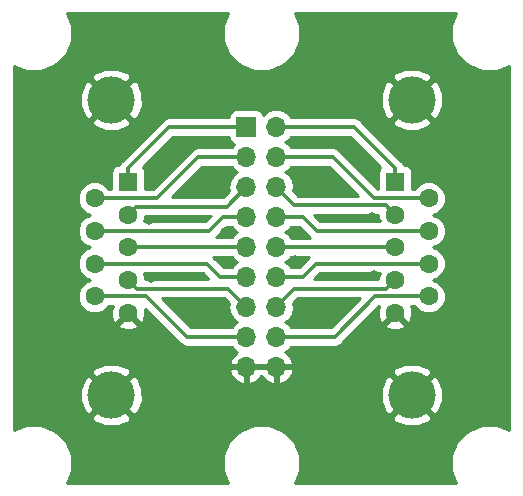
<source format=gtl>
G04 #@! TF.GenerationSoftware,KiCad,Pcbnew,5.0.2-bee76a0~70~ubuntu16.04.1*
G04 #@! TF.CreationDate,2020-10-10T12:37:22+02:00*
G04 #@! TF.ProjectId,SerialBlocker,53657269-616c-4426-9c6f-636b65722e6b,rev?*
G04 #@! TF.SameCoordinates,Original*
G04 #@! TF.FileFunction,Copper,L1,Top*
G04 #@! TF.FilePolarity,Positive*
%FSLAX46Y46*%
G04 Gerber Fmt 4.6, Leading zero omitted, Abs format (unit mm)*
G04 Created by KiCad (PCBNEW 5.0.2-bee76a0~70~ubuntu16.04.1) date lör 10 okt 2020 12:37:22*
%MOMM*%
%LPD*%
G01*
G04 APERTURE LIST*
G04 #@! TA.AperFunction,ComponentPad*
%ADD10R,1.700000X1.700000*%
G04 #@! TD*
G04 #@! TA.AperFunction,ComponentPad*
%ADD11O,1.700000X1.700000*%
G04 #@! TD*
G04 #@! TA.AperFunction,ComponentPad*
%ADD12R,1.600000X1.600000*%
G04 #@! TD*
G04 #@! TA.AperFunction,ComponentPad*
%ADD13C,1.600000*%
G04 #@! TD*
G04 #@! TA.AperFunction,ComponentPad*
%ADD14C,4.000000*%
G04 #@! TD*
G04 #@! TA.AperFunction,ViaPad*
%ADD15C,0.800000*%
G04 #@! TD*
G04 #@! TA.AperFunction,Conductor*
%ADD16C,0.350000*%
G04 #@! TD*
G04 #@! TA.AperFunction,Conductor*
%ADD17C,0.254000*%
G04 #@! TD*
G04 APERTURE END LIST*
D10*
G04 #@! TO.P,SW1,1*
G04 #@! TO.N,Net-(J1-Pad1)*
X140000000Y-45350000D03*
D11*
G04 #@! TO.P,SW1,18*
G04 #@! TO.N,Net-(J2-Pad1)*
X142540000Y-45350000D03*
G04 #@! TO.P,SW1,2*
G04 #@! TO.N,Net-(J1-Pad6)*
X140000000Y-47890000D03*
G04 #@! TO.P,SW1,17*
G04 #@! TO.N,Net-(J2-Pad6)*
X142540000Y-47890000D03*
G04 #@! TO.P,SW1,3*
G04 #@! TO.N,Net-(J1-Pad2)*
X140000000Y-50430000D03*
G04 #@! TO.P,SW1,16*
G04 #@! TO.N,Net-(J2-Pad2)*
X142540000Y-50430000D03*
G04 #@! TO.P,SW1,4*
G04 #@! TO.N,Net-(J1-Pad7)*
X140000000Y-52970000D03*
G04 #@! TO.P,SW1,15*
G04 #@! TO.N,Net-(J2-Pad7)*
X142540000Y-52970000D03*
G04 #@! TO.P,SW1,5*
G04 #@! TO.N,Net-(J1-Pad3)*
X140000000Y-55510000D03*
G04 #@! TO.P,SW1,14*
G04 #@! TO.N,Net-(J2-Pad3)*
X142540000Y-55510000D03*
G04 #@! TO.P,SW1,6*
G04 #@! TO.N,Net-(J1-Pad8)*
X140000000Y-58050000D03*
G04 #@! TO.P,SW1,13*
G04 #@! TO.N,Net-(J2-Pad8)*
X142540000Y-58050000D03*
G04 #@! TO.P,SW1,7*
G04 #@! TO.N,Net-(J1-Pad4)*
X140000000Y-60590000D03*
G04 #@! TO.P,SW1,12*
G04 #@! TO.N,Net-(J2-Pad4)*
X142540000Y-60590000D03*
G04 #@! TO.P,SW1,8*
G04 #@! TO.N,Net-(J1-Pad9)*
X140000000Y-63130000D03*
G04 #@! TO.P,SW1,11*
G04 #@! TO.N,Net-(J2-Pad9)*
X142540000Y-63130000D03*
G04 #@! TO.P,SW1,9*
G04 #@! TO.N,GND*
X140000000Y-65670000D03*
G04 #@! TO.P,SW1,10*
X142540000Y-65670000D03*
G04 #@! TD*
D12*
G04 #@! TO.P,J2,1*
G04 #@! TO.N,Net-(J2-Pad1)*
X152600000Y-50000000D03*
D13*
G04 #@! TO.P,J2,2*
G04 #@! TO.N,Net-(J2-Pad2)*
X152600000Y-52770000D03*
G04 #@! TO.P,J2,3*
G04 #@! TO.N,Net-(J2-Pad3)*
X152600000Y-55540000D03*
G04 #@! TO.P,J2,4*
G04 #@! TO.N,Net-(J2-Pad4)*
X152600000Y-58310000D03*
G04 #@! TO.P,J2,5*
G04 #@! TO.N,GND*
X152600000Y-61080000D03*
G04 #@! TO.P,J2,6*
G04 #@! TO.N,Net-(J2-Pad6)*
X155440000Y-51385000D03*
G04 #@! TO.P,J2,7*
G04 #@! TO.N,Net-(J2-Pad7)*
X155440000Y-54155000D03*
G04 #@! TO.P,J2,8*
G04 #@! TO.N,Net-(J2-Pad8)*
X155440000Y-56925000D03*
G04 #@! TO.P,J2,9*
G04 #@! TO.N,Net-(J2-Pad9)*
X155440000Y-59695000D03*
D14*
G04 #@! TO.P,J2,0*
G04 #@! TO.N,GND*
X154020000Y-68040000D03*
X154020000Y-43040000D03*
G04 #@! TD*
D12*
G04 #@! TO.P,J1,1*
G04 #@! TO.N,Net-(J1-Pad1)*
X130000000Y-50000000D03*
D13*
G04 #@! TO.P,J1,2*
G04 #@! TO.N,Net-(J1-Pad2)*
X130000000Y-52770000D03*
G04 #@! TO.P,J1,3*
G04 #@! TO.N,Net-(J1-Pad3)*
X130000000Y-55540000D03*
G04 #@! TO.P,J1,4*
G04 #@! TO.N,Net-(J1-Pad4)*
X130000000Y-58310000D03*
G04 #@! TO.P,J1,5*
G04 #@! TO.N,GND*
X130000000Y-61080000D03*
G04 #@! TO.P,J1,6*
G04 #@! TO.N,Net-(J1-Pad6)*
X127160000Y-51385000D03*
G04 #@! TO.P,J1,7*
G04 #@! TO.N,Net-(J1-Pad7)*
X127160000Y-54155000D03*
G04 #@! TO.P,J1,8*
G04 #@! TO.N,Net-(J1-Pad8)*
X127160000Y-56925000D03*
G04 #@! TO.P,J1,9*
G04 #@! TO.N,Net-(J1-Pad9)*
X127160000Y-59695000D03*
D14*
G04 #@! TO.P,J1,0*
G04 #@! TO.N,GND*
X128580000Y-43040000D03*
X128580000Y-68040000D03*
G04 #@! TD*
D15*
G04 #@! TO.N,GND*
X144145000Y-46545500D03*
X138277600Y-46761400D03*
X144081500Y-49174400D03*
X150634700Y-52971700D03*
X143941800Y-54140100D03*
X144145000Y-56629300D03*
X150850600Y-57873900D03*
X144221200Y-61531500D03*
X138480800Y-61671200D03*
X138417300Y-56908700D03*
X138214100Y-54216300D03*
X138353800Y-49314100D03*
X131927600Y-58140600D03*
X131787900Y-53238400D03*
G04 #@! TD*
D16*
G04 #@! TO.N,Net-(J1-Pad1)*
X130000000Y-48850000D02*
X130000000Y-50000000D01*
X133500000Y-45350000D02*
X130000000Y-48850000D01*
X140000000Y-45350000D02*
X133500000Y-45350000D01*
G04 #@! TO.N,Net-(J1-Pad6)*
X132460200Y-51385000D02*
X127160000Y-51385000D01*
X135955200Y-47890000D02*
X132460200Y-51385000D01*
X140000000Y-47890000D02*
X135955200Y-47890000D01*
G04 #@! TO.N,Net-(J1-Pad2)*
X130687300Y-52082700D02*
X130000000Y-52770000D01*
X138347300Y-52082700D02*
X130687300Y-52082700D01*
X140000000Y-50430000D02*
X138347300Y-52082700D01*
G04 #@! TO.N,Net-(J1-Pad7)*
X128291370Y-54155000D02*
X127160000Y-54155000D01*
X136865700Y-54155000D02*
X128291370Y-54155000D01*
X138050700Y-52970000D02*
X136865700Y-54155000D01*
X140000000Y-52970000D02*
X138050700Y-52970000D01*
G04 #@! TO.N,Net-(J1-Pad3)*
X130030000Y-55510000D02*
X130000000Y-55540000D01*
X140000000Y-55510000D02*
X130030000Y-55510000D01*
G04 #@! TO.N,Net-(J1-Pad8)*
X136642900Y-56925000D02*
X127160000Y-56925000D01*
X137767900Y-58050000D02*
X136642900Y-56925000D01*
X140000000Y-58050000D02*
X137767900Y-58050000D01*
G04 #@! TO.N,Net-(J1-Pad4)*
X130732300Y-59042300D02*
X130000000Y-58310000D01*
X138452300Y-59042300D02*
X130732300Y-59042300D01*
X140000000Y-60590000D02*
X138452300Y-59042300D01*
G04 #@! TO.N,Net-(J1-Pad9)*
X131538900Y-59695000D02*
X128291370Y-59695000D01*
X128291370Y-59695000D02*
X127160000Y-59695000D01*
X134973900Y-63130000D02*
X131538900Y-59695000D01*
X140000000Y-63130000D02*
X134973900Y-63130000D01*
G04 #@! TO.N,Net-(J2-Pad9)*
X147486800Y-63130000D02*
X142540000Y-63130000D01*
X150921800Y-59695000D02*
X147486800Y-63130000D01*
X155440000Y-59695000D02*
X150921800Y-59695000D01*
G04 #@! TO.N,Net-(J2-Pad4)*
X144075000Y-59055000D02*
X142540000Y-60590000D01*
X151855000Y-59055000D02*
X144075000Y-59055000D01*
X152600000Y-58310000D02*
X151855000Y-59055000D01*
G04 #@! TO.N,Net-(J2-Pad8)*
X142541700Y-58051700D02*
X142540000Y-58050000D01*
X144767300Y-58051700D02*
X142541700Y-58051700D01*
X145894000Y-56925000D02*
X144767300Y-58051700D01*
X155440000Y-56925000D02*
X145894000Y-56925000D01*
G04 #@! TO.N,Net-(J2-Pad3)*
X142570000Y-55540000D02*
X142540000Y-55510000D01*
X152600000Y-55540000D02*
X142570000Y-55540000D01*
G04 #@! TO.N,Net-(J2-Pad7)*
X154308630Y-54155000D02*
X155440000Y-54155000D01*
X145950600Y-54155000D02*
X154308630Y-54155000D01*
X144765600Y-52970000D02*
X145950600Y-54155000D01*
X142540000Y-52970000D02*
X144765600Y-52970000D01*
G04 #@! TO.N,Net-(J2-Pad2)*
X144080001Y-51970001D02*
X143389999Y-51279999D01*
X143389999Y-51279999D02*
X142540000Y-50430000D01*
X151800001Y-51970001D02*
X144080001Y-51970001D01*
X152600000Y-52770000D02*
X151800001Y-51970001D01*
G04 #@! TO.N,Net-(J2-Pad6)*
X155440000Y-51385000D02*
X150800600Y-51385000D01*
X147305600Y-47890000D02*
X142540000Y-47890000D01*
X150800600Y-51385000D02*
X147305600Y-47890000D01*
G04 #@! TO.N,Net-(J2-Pad1)*
X152600000Y-48850000D02*
X152600000Y-50000000D01*
X149100000Y-45350000D02*
X152600000Y-48850000D01*
X142540000Y-45350000D02*
X149100000Y-45350000D01*
G04 #@! TD*
D17*
G04 #@! TO.N,GND*
G36*
X138073000Y-36758110D02*
X138073000Y-38041890D01*
X138564281Y-39227949D01*
X139472051Y-40135719D01*
X140658110Y-40627000D01*
X141941890Y-40627000D01*
X143127949Y-40135719D01*
X144035719Y-39227949D01*
X144527000Y-38041890D01*
X144527000Y-36758110D01*
X144103215Y-35735000D01*
X157796785Y-35735000D01*
X157373000Y-36758110D01*
X157373000Y-38041890D01*
X157864281Y-39227949D01*
X158772051Y-40135719D01*
X159958110Y-40627000D01*
X161241890Y-40627000D01*
X162265000Y-40203215D01*
X162265001Y-70996786D01*
X161241890Y-70573000D01*
X159958110Y-70573000D01*
X158772051Y-71064281D01*
X157864281Y-71972051D01*
X157373000Y-73158110D01*
X157373000Y-74441890D01*
X157796785Y-75465000D01*
X144103215Y-75465000D01*
X144527000Y-74441890D01*
X144527000Y-73158110D01*
X144035719Y-71972051D01*
X143127949Y-71064281D01*
X141941890Y-70573000D01*
X140658110Y-70573000D01*
X139472051Y-71064281D01*
X138564281Y-71972051D01*
X138073000Y-73158110D01*
X138073000Y-74441890D01*
X138496785Y-75465000D01*
X124803215Y-75465000D01*
X125227000Y-74441890D01*
X125227000Y-73158110D01*
X124735719Y-71972051D01*
X123827949Y-71064281D01*
X122641890Y-70573000D01*
X121358110Y-70573000D01*
X120335000Y-70996785D01*
X120335000Y-69915022D01*
X126884584Y-69915022D01*
X127105353Y-70285743D01*
X128077012Y-70679119D01*
X129125247Y-70670713D01*
X130054647Y-70285743D01*
X130275416Y-69915022D01*
X152324584Y-69915022D01*
X152545353Y-70285743D01*
X153517012Y-70679119D01*
X154565247Y-70670713D01*
X155494647Y-70285743D01*
X155715416Y-69915022D01*
X154020000Y-68219605D01*
X152324584Y-69915022D01*
X130275416Y-69915022D01*
X128580000Y-68219605D01*
X126884584Y-69915022D01*
X120335000Y-69915022D01*
X120335000Y-67537012D01*
X125940881Y-67537012D01*
X125949287Y-68585247D01*
X126334257Y-69514647D01*
X126704978Y-69735416D01*
X128400395Y-68040000D01*
X128759605Y-68040000D01*
X130455022Y-69735416D01*
X130825743Y-69514647D01*
X131219119Y-68542988D01*
X131211052Y-67537012D01*
X151380881Y-67537012D01*
X151389287Y-68585247D01*
X151774257Y-69514647D01*
X152144978Y-69735416D01*
X153840395Y-68040000D01*
X154199605Y-68040000D01*
X155895022Y-69735416D01*
X156265743Y-69514647D01*
X156659119Y-68542988D01*
X156650713Y-67494753D01*
X156265743Y-66565353D01*
X155895022Y-66344584D01*
X154199605Y-68040000D01*
X153840395Y-68040000D01*
X152144978Y-66344584D01*
X151774257Y-66565353D01*
X151380881Y-67537012D01*
X131211052Y-67537012D01*
X131210713Y-67494753D01*
X130825743Y-66565353D01*
X130455022Y-66344584D01*
X128759605Y-68040000D01*
X128400395Y-68040000D01*
X126704978Y-66344584D01*
X126334257Y-66565353D01*
X125940881Y-67537012D01*
X120335000Y-67537012D01*
X120335000Y-66164978D01*
X126884584Y-66164978D01*
X128580000Y-67860395D01*
X130275416Y-66164978D01*
X130193183Y-66026890D01*
X138558524Y-66026890D01*
X138728355Y-66436924D01*
X139118642Y-66865183D01*
X139643108Y-67111486D01*
X139873000Y-66990819D01*
X139873000Y-65797000D01*
X140127000Y-65797000D01*
X140127000Y-66990819D01*
X140356892Y-67111486D01*
X140881358Y-66865183D01*
X141270000Y-66438729D01*
X141658642Y-66865183D01*
X142183108Y-67111486D01*
X142413000Y-66990819D01*
X142413000Y-65797000D01*
X142667000Y-65797000D01*
X142667000Y-66990819D01*
X142896892Y-67111486D01*
X143421358Y-66865183D01*
X143811645Y-66436924D01*
X143924281Y-66164978D01*
X152324584Y-66164978D01*
X154020000Y-67860395D01*
X155715416Y-66164978D01*
X155494647Y-65794257D01*
X154522988Y-65400881D01*
X153474753Y-65409287D01*
X152545353Y-65794257D01*
X152324584Y-66164978D01*
X143924281Y-66164978D01*
X143981476Y-66026890D01*
X143860155Y-65797000D01*
X142667000Y-65797000D01*
X142413000Y-65797000D01*
X140127000Y-65797000D01*
X139873000Y-65797000D01*
X138679845Y-65797000D01*
X138558524Y-66026890D01*
X130193183Y-66026890D01*
X130054647Y-65794257D01*
X129082988Y-65400881D01*
X128034753Y-65409287D01*
X127105353Y-65794257D01*
X126884584Y-66164978D01*
X120335000Y-66164978D01*
X120335000Y-62087745D01*
X129171861Y-62087745D01*
X129245995Y-62333864D01*
X129783223Y-62526965D01*
X130353454Y-62499778D01*
X130754005Y-62333864D01*
X130828139Y-62087745D01*
X130000000Y-61259605D01*
X129171861Y-62087745D01*
X120335000Y-62087745D01*
X120335000Y-51099561D01*
X125725000Y-51099561D01*
X125725000Y-51670439D01*
X125943466Y-52197862D01*
X126347138Y-52601534D01*
X126753850Y-52770000D01*
X126347138Y-52938466D01*
X125943466Y-53342138D01*
X125725000Y-53869561D01*
X125725000Y-54440439D01*
X125943466Y-54967862D01*
X126347138Y-55371534D01*
X126753850Y-55540000D01*
X126347138Y-55708466D01*
X125943466Y-56112138D01*
X125725000Y-56639561D01*
X125725000Y-57210439D01*
X125943466Y-57737862D01*
X126347138Y-58141534D01*
X126753850Y-58310000D01*
X126347138Y-58478466D01*
X125943466Y-58882138D01*
X125725000Y-59409561D01*
X125725000Y-59980439D01*
X125943466Y-60507862D01*
X126347138Y-60911534D01*
X126874561Y-61130000D01*
X127445439Y-61130000D01*
X127972862Y-60911534D01*
X128376534Y-60507862D01*
X128377719Y-60505000D01*
X128681795Y-60505000D01*
X128553035Y-60863223D01*
X128580222Y-61433454D01*
X128746136Y-61834005D01*
X128992255Y-61908139D01*
X129820395Y-61080000D01*
X129806252Y-61065858D01*
X129985858Y-60886253D01*
X130000000Y-60900395D01*
X130014143Y-60886253D01*
X130193748Y-61065858D01*
X130179605Y-61080000D01*
X131007745Y-61908139D01*
X131253864Y-61834005D01*
X131446965Y-61296777D01*
X131419778Y-60726546D01*
X131416132Y-60717744D01*
X134344734Y-63646347D01*
X134389923Y-63713977D01*
X134457552Y-63759165D01*
X134657853Y-63893003D01*
X134973900Y-63955868D01*
X135053674Y-63940000D01*
X138755231Y-63940000D01*
X138929375Y-64200625D01*
X139248478Y-64413843D01*
X139118642Y-64474817D01*
X138728355Y-64903076D01*
X138558524Y-65313110D01*
X138679845Y-65543000D01*
X139873000Y-65543000D01*
X139873000Y-65523000D01*
X140127000Y-65523000D01*
X140127000Y-65543000D01*
X142413000Y-65543000D01*
X142413000Y-65523000D01*
X142667000Y-65523000D01*
X142667000Y-65543000D01*
X143860155Y-65543000D01*
X143981476Y-65313110D01*
X143811645Y-64903076D01*
X143421358Y-64474817D01*
X143291522Y-64413843D01*
X143610625Y-64200625D01*
X143784769Y-63940000D01*
X147407027Y-63940000D01*
X147486800Y-63955868D01*
X147566573Y-63940000D01*
X147566574Y-63940000D01*
X147802846Y-63893003D01*
X148070777Y-63713977D01*
X148115968Y-63646344D01*
X149674567Y-62087745D01*
X151771861Y-62087745D01*
X151845995Y-62333864D01*
X152383223Y-62526965D01*
X152953454Y-62499778D01*
X153354005Y-62333864D01*
X153428139Y-62087745D01*
X152600000Y-61259605D01*
X151771861Y-62087745D01*
X149674567Y-62087745D01*
X151257313Y-60505000D01*
X151281795Y-60505000D01*
X151153035Y-60863223D01*
X151180222Y-61433454D01*
X151346136Y-61834005D01*
X151592255Y-61908139D01*
X152420395Y-61080000D01*
X152406252Y-61065858D01*
X152585858Y-60886253D01*
X152600000Y-60900395D01*
X152614143Y-60886253D01*
X152793748Y-61065858D01*
X152779605Y-61080000D01*
X153607745Y-61908139D01*
X153853864Y-61834005D01*
X154046965Y-61296777D01*
X154019778Y-60726546D01*
X153928010Y-60505000D01*
X154222281Y-60505000D01*
X154223466Y-60507862D01*
X154627138Y-60911534D01*
X155154561Y-61130000D01*
X155725439Y-61130000D01*
X156252862Y-60911534D01*
X156656534Y-60507862D01*
X156875000Y-59980439D01*
X156875000Y-59409561D01*
X156656534Y-58882138D01*
X156252862Y-58478466D01*
X155846150Y-58310000D01*
X156252862Y-58141534D01*
X156656534Y-57737862D01*
X156875000Y-57210439D01*
X156875000Y-56639561D01*
X156656534Y-56112138D01*
X156252862Y-55708466D01*
X155846150Y-55540000D01*
X156252862Y-55371534D01*
X156656534Y-54967862D01*
X156875000Y-54440439D01*
X156875000Y-53869561D01*
X156656534Y-53342138D01*
X156252862Y-52938466D01*
X155846150Y-52770000D01*
X156252862Y-52601534D01*
X156656534Y-52197862D01*
X156875000Y-51670439D01*
X156875000Y-51099561D01*
X156656534Y-50572138D01*
X156252862Y-50168466D01*
X155725439Y-49950000D01*
X155154561Y-49950000D01*
X154627138Y-50168466D01*
X154223466Y-50572138D01*
X154222281Y-50575000D01*
X154047440Y-50575000D01*
X154047440Y-49200000D01*
X153998157Y-48952235D01*
X153857809Y-48742191D01*
X153647765Y-48601843D01*
X153400000Y-48552560D01*
X153366704Y-48552560D01*
X153363003Y-48533954D01*
X153183977Y-48266023D01*
X153116347Y-48220835D01*
X149810534Y-44915022D01*
X152324584Y-44915022D01*
X152545353Y-45285743D01*
X153517012Y-45679119D01*
X154565247Y-45670713D01*
X155494647Y-45285743D01*
X155715416Y-44915022D01*
X154020000Y-43219605D01*
X152324584Y-44915022D01*
X149810534Y-44915022D01*
X149729168Y-44833656D01*
X149683977Y-44766023D01*
X149416046Y-44586997D01*
X149179774Y-44540000D01*
X149179773Y-44540000D01*
X149100000Y-44524132D01*
X149020227Y-44540000D01*
X143784769Y-44540000D01*
X143610625Y-44279375D01*
X143119418Y-43951161D01*
X142686256Y-43865000D01*
X142393744Y-43865000D01*
X141960582Y-43951161D01*
X141469375Y-44279375D01*
X141457184Y-44297619D01*
X141448157Y-44252235D01*
X141307809Y-44042191D01*
X141097765Y-43901843D01*
X140850000Y-43852560D01*
X139150000Y-43852560D01*
X138902235Y-43901843D01*
X138692191Y-44042191D01*
X138551843Y-44252235D01*
X138502560Y-44500000D01*
X138502560Y-44540000D01*
X133579768Y-44540000D01*
X133499999Y-44524133D01*
X133420230Y-44540000D01*
X133420226Y-44540000D01*
X133183954Y-44586997D01*
X132916023Y-44766023D01*
X132870834Y-44833653D01*
X129483656Y-48220832D01*
X129416023Y-48266023D01*
X129236997Y-48533955D01*
X129233296Y-48552560D01*
X129200000Y-48552560D01*
X128952235Y-48601843D01*
X128742191Y-48742191D01*
X128601843Y-48952235D01*
X128552560Y-49200000D01*
X128552560Y-50575000D01*
X128377719Y-50575000D01*
X128376534Y-50572138D01*
X127972862Y-50168466D01*
X127445439Y-49950000D01*
X126874561Y-49950000D01*
X126347138Y-50168466D01*
X125943466Y-50572138D01*
X125725000Y-51099561D01*
X120335000Y-51099561D01*
X120335000Y-44915022D01*
X126884584Y-44915022D01*
X127105353Y-45285743D01*
X128077012Y-45679119D01*
X129125247Y-45670713D01*
X130054647Y-45285743D01*
X130275416Y-44915022D01*
X128580000Y-43219605D01*
X126884584Y-44915022D01*
X120335000Y-44915022D01*
X120335000Y-42537012D01*
X125940881Y-42537012D01*
X125949287Y-43585247D01*
X126334257Y-44514647D01*
X126704978Y-44735416D01*
X128400395Y-43040000D01*
X128759605Y-43040000D01*
X130455022Y-44735416D01*
X130825743Y-44514647D01*
X131219119Y-43542988D01*
X131211052Y-42537012D01*
X151380881Y-42537012D01*
X151389287Y-43585247D01*
X151774257Y-44514647D01*
X152144978Y-44735416D01*
X153840395Y-43040000D01*
X154199605Y-43040000D01*
X155895022Y-44735416D01*
X156265743Y-44514647D01*
X156659119Y-43542988D01*
X156650713Y-42494753D01*
X156265743Y-41565353D01*
X155895022Y-41344584D01*
X154199605Y-43040000D01*
X153840395Y-43040000D01*
X152144978Y-41344584D01*
X151774257Y-41565353D01*
X151380881Y-42537012D01*
X131211052Y-42537012D01*
X131210713Y-42494753D01*
X130825743Y-41565353D01*
X130455022Y-41344584D01*
X128759605Y-43040000D01*
X128400395Y-43040000D01*
X126704978Y-41344584D01*
X126334257Y-41565353D01*
X125940881Y-42537012D01*
X120335000Y-42537012D01*
X120335000Y-41164978D01*
X126884584Y-41164978D01*
X128580000Y-42860395D01*
X130275416Y-41164978D01*
X152324584Y-41164978D01*
X154020000Y-42860395D01*
X155715416Y-41164978D01*
X155494647Y-40794257D01*
X154522988Y-40400881D01*
X153474753Y-40409287D01*
X152545353Y-40794257D01*
X152324584Y-41164978D01*
X130275416Y-41164978D01*
X130054647Y-40794257D01*
X129082988Y-40400881D01*
X128034753Y-40409287D01*
X127105353Y-40794257D01*
X126884584Y-41164978D01*
X120335000Y-41164978D01*
X120335000Y-40203215D01*
X121358110Y-40627000D01*
X122641890Y-40627000D01*
X123827949Y-40135719D01*
X124735719Y-39227949D01*
X125227000Y-38041890D01*
X125227000Y-36758110D01*
X124803215Y-35735000D01*
X138496785Y-35735000D01*
X138073000Y-36758110D01*
X138073000Y-36758110D01*
G37*
X138073000Y-36758110D02*
X138073000Y-38041890D01*
X138564281Y-39227949D01*
X139472051Y-40135719D01*
X140658110Y-40627000D01*
X141941890Y-40627000D01*
X143127949Y-40135719D01*
X144035719Y-39227949D01*
X144527000Y-38041890D01*
X144527000Y-36758110D01*
X144103215Y-35735000D01*
X157796785Y-35735000D01*
X157373000Y-36758110D01*
X157373000Y-38041890D01*
X157864281Y-39227949D01*
X158772051Y-40135719D01*
X159958110Y-40627000D01*
X161241890Y-40627000D01*
X162265000Y-40203215D01*
X162265001Y-70996786D01*
X161241890Y-70573000D01*
X159958110Y-70573000D01*
X158772051Y-71064281D01*
X157864281Y-71972051D01*
X157373000Y-73158110D01*
X157373000Y-74441890D01*
X157796785Y-75465000D01*
X144103215Y-75465000D01*
X144527000Y-74441890D01*
X144527000Y-73158110D01*
X144035719Y-71972051D01*
X143127949Y-71064281D01*
X141941890Y-70573000D01*
X140658110Y-70573000D01*
X139472051Y-71064281D01*
X138564281Y-71972051D01*
X138073000Y-73158110D01*
X138073000Y-74441890D01*
X138496785Y-75465000D01*
X124803215Y-75465000D01*
X125227000Y-74441890D01*
X125227000Y-73158110D01*
X124735719Y-71972051D01*
X123827949Y-71064281D01*
X122641890Y-70573000D01*
X121358110Y-70573000D01*
X120335000Y-70996785D01*
X120335000Y-69915022D01*
X126884584Y-69915022D01*
X127105353Y-70285743D01*
X128077012Y-70679119D01*
X129125247Y-70670713D01*
X130054647Y-70285743D01*
X130275416Y-69915022D01*
X152324584Y-69915022D01*
X152545353Y-70285743D01*
X153517012Y-70679119D01*
X154565247Y-70670713D01*
X155494647Y-70285743D01*
X155715416Y-69915022D01*
X154020000Y-68219605D01*
X152324584Y-69915022D01*
X130275416Y-69915022D01*
X128580000Y-68219605D01*
X126884584Y-69915022D01*
X120335000Y-69915022D01*
X120335000Y-67537012D01*
X125940881Y-67537012D01*
X125949287Y-68585247D01*
X126334257Y-69514647D01*
X126704978Y-69735416D01*
X128400395Y-68040000D01*
X128759605Y-68040000D01*
X130455022Y-69735416D01*
X130825743Y-69514647D01*
X131219119Y-68542988D01*
X131211052Y-67537012D01*
X151380881Y-67537012D01*
X151389287Y-68585247D01*
X151774257Y-69514647D01*
X152144978Y-69735416D01*
X153840395Y-68040000D01*
X154199605Y-68040000D01*
X155895022Y-69735416D01*
X156265743Y-69514647D01*
X156659119Y-68542988D01*
X156650713Y-67494753D01*
X156265743Y-66565353D01*
X155895022Y-66344584D01*
X154199605Y-68040000D01*
X153840395Y-68040000D01*
X152144978Y-66344584D01*
X151774257Y-66565353D01*
X151380881Y-67537012D01*
X131211052Y-67537012D01*
X131210713Y-67494753D01*
X130825743Y-66565353D01*
X130455022Y-66344584D01*
X128759605Y-68040000D01*
X128400395Y-68040000D01*
X126704978Y-66344584D01*
X126334257Y-66565353D01*
X125940881Y-67537012D01*
X120335000Y-67537012D01*
X120335000Y-66164978D01*
X126884584Y-66164978D01*
X128580000Y-67860395D01*
X130275416Y-66164978D01*
X130193183Y-66026890D01*
X138558524Y-66026890D01*
X138728355Y-66436924D01*
X139118642Y-66865183D01*
X139643108Y-67111486D01*
X139873000Y-66990819D01*
X139873000Y-65797000D01*
X140127000Y-65797000D01*
X140127000Y-66990819D01*
X140356892Y-67111486D01*
X140881358Y-66865183D01*
X141270000Y-66438729D01*
X141658642Y-66865183D01*
X142183108Y-67111486D01*
X142413000Y-66990819D01*
X142413000Y-65797000D01*
X142667000Y-65797000D01*
X142667000Y-66990819D01*
X142896892Y-67111486D01*
X143421358Y-66865183D01*
X143811645Y-66436924D01*
X143924281Y-66164978D01*
X152324584Y-66164978D01*
X154020000Y-67860395D01*
X155715416Y-66164978D01*
X155494647Y-65794257D01*
X154522988Y-65400881D01*
X153474753Y-65409287D01*
X152545353Y-65794257D01*
X152324584Y-66164978D01*
X143924281Y-66164978D01*
X143981476Y-66026890D01*
X143860155Y-65797000D01*
X142667000Y-65797000D01*
X142413000Y-65797000D01*
X140127000Y-65797000D01*
X139873000Y-65797000D01*
X138679845Y-65797000D01*
X138558524Y-66026890D01*
X130193183Y-66026890D01*
X130054647Y-65794257D01*
X129082988Y-65400881D01*
X128034753Y-65409287D01*
X127105353Y-65794257D01*
X126884584Y-66164978D01*
X120335000Y-66164978D01*
X120335000Y-62087745D01*
X129171861Y-62087745D01*
X129245995Y-62333864D01*
X129783223Y-62526965D01*
X130353454Y-62499778D01*
X130754005Y-62333864D01*
X130828139Y-62087745D01*
X130000000Y-61259605D01*
X129171861Y-62087745D01*
X120335000Y-62087745D01*
X120335000Y-51099561D01*
X125725000Y-51099561D01*
X125725000Y-51670439D01*
X125943466Y-52197862D01*
X126347138Y-52601534D01*
X126753850Y-52770000D01*
X126347138Y-52938466D01*
X125943466Y-53342138D01*
X125725000Y-53869561D01*
X125725000Y-54440439D01*
X125943466Y-54967862D01*
X126347138Y-55371534D01*
X126753850Y-55540000D01*
X126347138Y-55708466D01*
X125943466Y-56112138D01*
X125725000Y-56639561D01*
X125725000Y-57210439D01*
X125943466Y-57737862D01*
X126347138Y-58141534D01*
X126753850Y-58310000D01*
X126347138Y-58478466D01*
X125943466Y-58882138D01*
X125725000Y-59409561D01*
X125725000Y-59980439D01*
X125943466Y-60507862D01*
X126347138Y-60911534D01*
X126874561Y-61130000D01*
X127445439Y-61130000D01*
X127972862Y-60911534D01*
X128376534Y-60507862D01*
X128377719Y-60505000D01*
X128681795Y-60505000D01*
X128553035Y-60863223D01*
X128580222Y-61433454D01*
X128746136Y-61834005D01*
X128992255Y-61908139D01*
X129820395Y-61080000D01*
X129806252Y-61065858D01*
X129985858Y-60886253D01*
X130000000Y-60900395D01*
X130014143Y-60886253D01*
X130193748Y-61065858D01*
X130179605Y-61080000D01*
X131007745Y-61908139D01*
X131253864Y-61834005D01*
X131446965Y-61296777D01*
X131419778Y-60726546D01*
X131416132Y-60717744D01*
X134344734Y-63646347D01*
X134389923Y-63713977D01*
X134457552Y-63759165D01*
X134657853Y-63893003D01*
X134973900Y-63955868D01*
X135053674Y-63940000D01*
X138755231Y-63940000D01*
X138929375Y-64200625D01*
X139248478Y-64413843D01*
X139118642Y-64474817D01*
X138728355Y-64903076D01*
X138558524Y-65313110D01*
X138679845Y-65543000D01*
X139873000Y-65543000D01*
X139873000Y-65523000D01*
X140127000Y-65523000D01*
X140127000Y-65543000D01*
X142413000Y-65543000D01*
X142413000Y-65523000D01*
X142667000Y-65523000D01*
X142667000Y-65543000D01*
X143860155Y-65543000D01*
X143981476Y-65313110D01*
X143811645Y-64903076D01*
X143421358Y-64474817D01*
X143291522Y-64413843D01*
X143610625Y-64200625D01*
X143784769Y-63940000D01*
X147407027Y-63940000D01*
X147486800Y-63955868D01*
X147566573Y-63940000D01*
X147566574Y-63940000D01*
X147802846Y-63893003D01*
X148070777Y-63713977D01*
X148115968Y-63646344D01*
X149674567Y-62087745D01*
X151771861Y-62087745D01*
X151845995Y-62333864D01*
X152383223Y-62526965D01*
X152953454Y-62499778D01*
X153354005Y-62333864D01*
X153428139Y-62087745D01*
X152600000Y-61259605D01*
X151771861Y-62087745D01*
X149674567Y-62087745D01*
X151257313Y-60505000D01*
X151281795Y-60505000D01*
X151153035Y-60863223D01*
X151180222Y-61433454D01*
X151346136Y-61834005D01*
X151592255Y-61908139D01*
X152420395Y-61080000D01*
X152406252Y-61065858D01*
X152585858Y-60886253D01*
X152600000Y-60900395D01*
X152614143Y-60886253D01*
X152793748Y-61065858D01*
X152779605Y-61080000D01*
X153607745Y-61908139D01*
X153853864Y-61834005D01*
X154046965Y-61296777D01*
X154019778Y-60726546D01*
X153928010Y-60505000D01*
X154222281Y-60505000D01*
X154223466Y-60507862D01*
X154627138Y-60911534D01*
X155154561Y-61130000D01*
X155725439Y-61130000D01*
X156252862Y-60911534D01*
X156656534Y-60507862D01*
X156875000Y-59980439D01*
X156875000Y-59409561D01*
X156656534Y-58882138D01*
X156252862Y-58478466D01*
X155846150Y-58310000D01*
X156252862Y-58141534D01*
X156656534Y-57737862D01*
X156875000Y-57210439D01*
X156875000Y-56639561D01*
X156656534Y-56112138D01*
X156252862Y-55708466D01*
X155846150Y-55540000D01*
X156252862Y-55371534D01*
X156656534Y-54967862D01*
X156875000Y-54440439D01*
X156875000Y-53869561D01*
X156656534Y-53342138D01*
X156252862Y-52938466D01*
X155846150Y-52770000D01*
X156252862Y-52601534D01*
X156656534Y-52197862D01*
X156875000Y-51670439D01*
X156875000Y-51099561D01*
X156656534Y-50572138D01*
X156252862Y-50168466D01*
X155725439Y-49950000D01*
X155154561Y-49950000D01*
X154627138Y-50168466D01*
X154223466Y-50572138D01*
X154222281Y-50575000D01*
X154047440Y-50575000D01*
X154047440Y-49200000D01*
X153998157Y-48952235D01*
X153857809Y-48742191D01*
X153647765Y-48601843D01*
X153400000Y-48552560D01*
X153366704Y-48552560D01*
X153363003Y-48533954D01*
X153183977Y-48266023D01*
X153116347Y-48220835D01*
X149810534Y-44915022D01*
X152324584Y-44915022D01*
X152545353Y-45285743D01*
X153517012Y-45679119D01*
X154565247Y-45670713D01*
X155494647Y-45285743D01*
X155715416Y-44915022D01*
X154020000Y-43219605D01*
X152324584Y-44915022D01*
X149810534Y-44915022D01*
X149729168Y-44833656D01*
X149683977Y-44766023D01*
X149416046Y-44586997D01*
X149179774Y-44540000D01*
X149179773Y-44540000D01*
X149100000Y-44524132D01*
X149020227Y-44540000D01*
X143784769Y-44540000D01*
X143610625Y-44279375D01*
X143119418Y-43951161D01*
X142686256Y-43865000D01*
X142393744Y-43865000D01*
X141960582Y-43951161D01*
X141469375Y-44279375D01*
X141457184Y-44297619D01*
X141448157Y-44252235D01*
X141307809Y-44042191D01*
X141097765Y-43901843D01*
X140850000Y-43852560D01*
X139150000Y-43852560D01*
X138902235Y-43901843D01*
X138692191Y-44042191D01*
X138551843Y-44252235D01*
X138502560Y-44500000D01*
X138502560Y-44540000D01*
X133579768Y-44540000D01*
X133499999Y-44524133D01*
X133420230Y-44540000D01*
X133420226Y-44540000D01*
X133183954Y-44586997D01*
X132916023Y-44766023D01*
X132870834Y-44833653D01*
X129483656Y-48220832D01*
X129416023Y-48266023D01*
X129236997Y-48533955D01*
X129233296Y-48552560D01*
X129200000Y-48552560D01*
X128952235Y-48601843D01*
X128742191Y-48742191D01*
X128601843Y-48952235D01*
X128552560Y-49200000D01*
X128552560Y-50575000D01*
X128377719Y-50575000D01*
X128376534Y-50572138D01*
X127972862Y-50168466D01*
X127445439Y-49950000D01*
X126874561Y-49950000D01*
X126347138Y-50168466D01*
X125943466Y-50572138D01*
X125725000Y-51099561D01*
X120335000Y-51099561D01*
X120335000Y-44915022D01*
X126884584Y-44915022D01*
X127105353Y-45285743D01*
X128077012Y-45679119D01*
X129125247Y-45670713D01*
X130054647Y-45285743D01*
X130275416Y-44915022D01*
X128580000Y-43219605D01*
X126884584Y-44915022D01*
X120335000Y-44915022D01*
X120335000Y-42537012D01*
X125940881Y-42537012D01*
X125949287Y-43585247D01*
X126334257Y-44514647D01*
X126704978Y-44735416D01*
X128400395Y-43040000D01*
X128759605Y-43040000D01*
X130455022Y-44735416D01*
X130825743Y-44514647D01*
X131219119Y-43542988D01*
X131211052Y-42537012D01*
X151380881Y-42537012D01*
X151389287Y-43585247D01*
X151774257Y-44514647D01*
X152144978Y-44735416D01*
X153840395Y-43040000D01*
X154199605Y-43040000D01*
X155895022Y-44735416D01*
X156265743Y-44514647D01*
X156659119Y-43542988D01*
X156650713Y-42494753D01*
X156265743Y-41565353D01*
X155895022Y-41344584D01*
X154199605Y-43040000D01*
X153840395Y-43040000D01*
X152144978Y-41344584D01*
X151774257Y-41565353D01*
X151380881Y-42537012D01*
X131211052Y-42537012D01*
X131210713Y-42494753D01*
X130825743Y-41565353D01*
X130455022Y-41344584D01*
X128759605Y-43040000D01*
X128400395Y-43040000D01*
X126704978Y-41344584D01*
X126334257Y-41565353D01*
X125940881Y-42537012D01*
X120335000Y-42537012D01*
X120335000Y-41164978D01*
X126884584Y-41164978D01*
X128580000Y-42860395D01*
X130275416Y-41164978D01*
X152324584Y-41164978D01*
X154020000Y-42860395D01*
X155715416Y-41164978D01*
X155494647Y-40794257D01*
X154522988Y-40400881D01*
X153474753Y-40409287D01*
X152545353Y-40794257D01*
X152324584Y-41164978D01*
X130275416Y-41164978D01*
X130054647Y-40794257D01*
X129082988Y-40400881D01*
X128034753Y-40409287D01*
X127105353Y-40794257D01*
X126884584Y-41164978D01*
X120335000Y-41164978D01*
X120335000Y-40203215D01*
X121358110Y-40627000D01*
X122641890Y-40627000D01*
X123827949Y-40135719D01*
X124735719Y-39227949D01*
X125227000Y-38041890D01*
X125227000Y-36758110D01*
X124803215Y-35735000D01*
X138496785Y-35735000D01*
X138073000Y-36758110D01*
G36*
X138547059Y-60282571D02*
X138485908Y-60590000D01*
X138601161Y-61169418D01*
X138929375Y-61660625D01*
X139227761Y-61860000D01*
X138929375Y-62059375D01*
X138755231Y-62320000D01*
X135309413Y-62320000D01*
X132841712Y-59852300D01*
X138116788Y-59852300D01*
X138547059Y-60282571D01*
X138547059Y-60282571D01*
G37*
X138547059Y-60282571D02*
X138485908Y-60590000D01*
X138601161Y-61169418D01*
X138929375Y-61660625D01*
X139227761Y-61860000D01*
X138929375Y-62059375D01*
X138755231Y-62320000D01*
X135309413Y-62320000D01*
X132841712Y-59852300D01*
X138116788Y-59852300D01*
X138547059Y-60282571D01*
G36*
X147151288Y-62320000D02*
X143784769Y-62320000D01*
X143610625Y-62059375D01*
X143312239Y-61860000D01*
X143610625Y-61660625D01*
X143938839Y-61169418D01*
X144054092Y-60590000D01*
X143992941Y-60282572D01*
X144410513Y-59865000D01*
X149606287Y-59865000D01*
X147151288Y-62320000D01*
X147151288Y-62320000D01*
G37*
X147151288Y-62320000D02*
X143784769Y-62320000D01*
X143610625Y-62059375D01*
X143312239Y-61860000D01*
X143610625Y-61660625D01*
X143938839Y-61169418D01*
X144054092Y-60590000D01*
X143992941Y-60282572D01*
X144410513Y-59865000D01*
X149606287Y-59865000D01*
X147151288Y-62320000D01*
G36*
X151165000Y-58024561D02*
X151165000Y-58245000D01*
X145719512Y-58245000D01*
X146229513Y-57735000D01*
X151284940Y-57735000D01*
X151165000Y-58024561D01*
X151165000Y-58024561D01*
G37*
X151165000Y-58024561D02*
X151165000Y-58245000D01*
X145719512Y-58245000D01*
X146229513Y-57735000D01*
X151284940Y-57735000D01*
X151165000Y-58024561D01*
G36*
X136804687Y-58232300D02*
X131435000Y-58232300D01*
X131435000Y-58024561D01*
X131315060Y-57735000D01*
X136307388Y-57735000D01*
X136804687Y-58232300D01*
X136804687Y-58232300D01*
G37*
X136804687Y-58232300D02*
X131435000Y-58232300D01*
X131435000Y-58024561D01*
X131315060Y-57735000D01*
X136307388Y-57735000D01*
X136804687Y-58232300D01*
G36*
X145264834Y-56408653D02*
X144431788Y-57241700D01*
X143785905Y-57241700D01*
X143610625Y-56979375D01*
X143312239Y-56780000D01*
X143610625Y-56580625D01*
X143764724Y-56350000D01*
X145304025Y-56350000D01*
X145264834Y-56408653D01*
X145264834Y-56408653D01*
G37*
X145264834Y-56408653D02*
X144431788Y-57241700D01*
X143785905Y-57241700D01*
X143610625Y-56979375D01*
X143312239Y-56780000D01*
X143610625Y-56580625D01*
X143764724Y-56350000D01*
X145304025Y-56350000D01*
X145264834Y-56408653D01*
G36*
X138929375Y-56580625D02*
X139227761Y-56780000D01*
X138929375Y-56979375D01*
X138755231Y-57240000D01*
X138103413Y-57240000D01*
X137272068Y-56408656D01*
X137226877Y-56341023D01*
X137195414Y-56320000D01*
X138755231Y-56320000D01*
X138929375Y-56580625D01*
X138929375Y-56580625D01*
G37*
X138929375Y-56580625D02*
X139227761Y-56780000D01*
X138929375Y-56979375D01*
X138755231Y-57240000D01*
X138103413Y-57240000D01*
X137272068Y-56408656D01*
X137226877Y-56341023D01*
X137195414Y-56320000D01*
X138755231Y-56320000D01*
X138929375Y-56580625D01*
G36*
X145321434Y-54671347D02*
X145360625Y-54730000D01*
X143804814Y-54730000D01*
X143610625Y-54439375D01*
X143312239Y-54240000D01*
X143610625Y-54040625D01*
X143784769Y-53780000D01*
X144430088Y-53780000D01*
X145321434Y-54671347D01*
X145321434Y-54671347D01*
G37*
X145321434Y-54671347D02*
X145360625Y-54730000D01*
X143804814Y-54730000D01*
X143610625Y-54439375D01*
X143312239Y-54240000D01*
X143610625Y-54040625D01*
X143784769Y-53780000D01*
X144430088Y-53780000D01*
X145321434Y-54671347D01*
G36*
X138929375Y-54040625D02*
X139227761Y-54240000D01*
X138929375Y-54439375D01*
X138755231Y-54700000D01*
X137475721Y-54700000D01*
X137494868Y-54671344D01*
X138386213Y-53780000D01*
X138755231Y-53780000D01*
X138929375Y-54040625D01*
X138929375Y-54040625D01*
G37*
X138929375Y-54040625D02*
X139227761Y-54240000D01*
X138929375Y-54439375D01*
X138755231Y-54700000D01*
X137475721Y-54700000D01*
X137494868Y-54671344D01*
X138386213Y-53780000D01*
X138755231Y-53780000D01*
X138929375Y-54040625D01*
G36*
X151165000Y-53055439D02*
X151284940Y-53345000D01*
X146286113Y-53345000D01*
X145721113Y-52780001D01*
X151165000Y-52780001D01*
X151165000Y-53055439D01*
X151165000Y-53055439D01*
G37*
X151165000Y-53055439D02*
X151284940Y-53345000D01*
X146286113Y-53345000D01*
X145721113Y-52780001D01*
X151165000Y-52780001D01*
X151165000Y-53055439D01*
G36*
X136530188Y-53345000D02*
X131315060Y-53345000D01*
X131435000Y-53055439D01*
X131435000Y-52892700D01*
X136982487Y-52892700D01*
X136530188Y-53345000D01*
X136530188Y-53345000D01*
G37*
X136530188Y-53345000D02*
X131315060Y-53345000D01*
X131435000Y-53055439D01*
X131435000Y-52892700D01*
X136982487Y-52892700D01*
X136530188Y-53345000D01*
G36*
X138929375Y-48960625D02*
X139227761Y-49160000D01*
X138929375Y-49359375D01*
X138601161Y-49850582D01*
X138485908Y-50430000D01*
X138547059Y-50737428D01*
X138011788Y-51272700D01*
X133718012Y-51272700D01*
X136290713Y-48700000D01*
X138755231Y-48700000D01*
X138929375Y-48960625D01*
X138929375Y-48960625D01*
G37*
X138929375Y-48960625D02*
X139227761Y-49160000D01*
X138929375Y-49359375D01*
X138601161Y-49850582D01*
X138485908Y-50430000D01*
X138547059Y-50737428D01*
X138011788Y-51272700D01*
X133718012Y-51272700D01*
X136290713Y-48700000D01*
X138755231Y-48700000D01*
X138929375Y-48960625D01*
G36*
X149430088Y-51160001D02*
X144415514Y-51160001D01*
X144019166Y-50763654D01*
X144019164Y-50763651D01*
X143992941Y-50737428D01*
X144054092Y-50430000D01*
X143938839Y-49850582D01*
X143610625Y-49359375D01*
X143312239Y-49160000D01*
X143610625Y-48960625D01*
X143784769Y-48700000D01*
X146970088Y-48700000D01*
X149430088Y-51160001D01*
X149430088Y-51160001D01*
G37*
X149430088Y-51160001D02*
X144415514Y-51160001D01*
X144019166Y-50763654D01*
X144019164Y-50763651D01*
X143992941Y-50737428D01*
X144054092Y-50430000D01*
X143938839Y-49850582D01*
X143610625Y-49359375D01*
X143312239Y-49160000D01*
X143610625Y-48960625D01*
X143784769Y-48700000D01*
X146970088Y-48700000D01*
X149430088Y-51160001D01*
G36*
X138502560Y-46200000D02*
X138551843Y-46447765D01*
X138692191Y-46657809D01*
X138902235Y-46798157D01*
X138947619Y-46807184D01*
X138929375Y-46819375D01*
X138755231Y-47080000D01*
X136034969Y-47080000D01*
X135955199Y-47064133D01*
X135875430Y-47080000D01*
X135875426Y-47080000D01*
X135639154Y-47126997D01*
X135371223Y-47306023D01*
X135326034Y-47373653D01*
X132124688Y-50575000D01*
X131447440Y-50575000D01*
X131447440Y-49200000D01*
X131398157Y-48952235D01*
X131257809Y-48742191D01*
X131255119Y-48740393D01*
X133835513Y-46160000D01*
X138502560Y-46160000D01*
X138502560Y-46200000D01*
X138502560Y-46200000D01*
G37*
X138502560Y-46200000D02*
X138551843Y-46447765D01*
X138692191Y-46657809D01*
X138902235Y-46798157D01*
X138947619Y-46807184D01*
X138929375Y-46819375D01*
X138755231Y-47080000D01*
X136034969Y-47080000D01*
X135955199Y-47064133D01*
X135875430Y-47080000D01*
X135875426Y-47080000D01*
X135639154Y-47126997D01*
X135371223Y-47306023D01*
X135326034Y-47373653D01*
X132124688Y-50575000D01*
X131447440Y-50575000D01*
X131447440Y-49200000D01*
X131398157Y-48952235D01*
X131257809Y-48742191D01*
X131255119Y-48740393D01*
X133835513Y-46160000D01*
X138502560Y-46160000D01*
X138502560Y-46200000D01*
G36*
X151344881Y-48740394D02*
X151342191Y-48742191D01*
X151201843Y-48952235D01*
X151152560Y-49200000D01*
X151152560Y-50575000D01*
X151136113Y-50575000D01*
X147934768Y-47373656D01*
X147889577Y-47306023D01*
X147621646Y-47126997D01*
X147385374Y-47080000D01*
X147385373Y-47080000D01*
X147305600Y-47064132D01*
X147225827Y-47080000D01*
X143784769Y-47080000D01*
X143610625Y-46819375D01*
X143312239Y-46620000D01*
X143610625Y-46420625D01*
X143784769Y-46160000D01*
X148764488Y-46160000D01*
X151344881Y-48740394D01*
X151344881Y-48740394D01*
G37*
X151344881Y-48740394D02*
X151342191Y-48742191D01*
X151201843Y-48952235D01*
X151152560Y-49200000D01*
X151152560Y-50575000D01*
X151136113Y-50575000D01*
X147934768Y-47373656D01*
X147889577Y-47306023D01*
X147621646Y-47126997D01*
X147385374Y-47080000D01*
X147385373Y-47080000D01*
X147305600Y-47064132D01*
X147225827Y-47080000D01*
X143784769Y-47080000D01*
X143610625Y-46819375D01*
X143312239Y-46620000D01*
X143610625Y-46420625D01*
X143784769Y-46160000D01*
X148764488Y-46160000D01*
X151344881Y-48740394D01*
G04 #@! TD*
M02*

</source>
